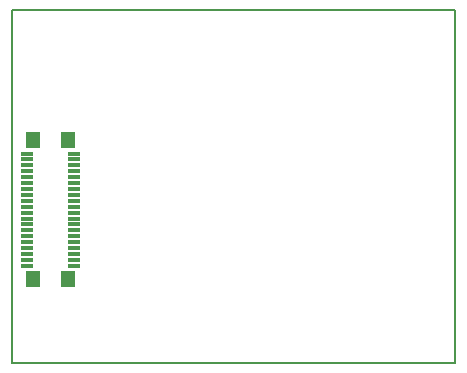
<source format=gbp>
%FSLAX25Y25*%
%MOIN*%
G70*
G01*
G75*
G04 Layer_Color=128*
%ADD10R,0.01969X0.01969*%
%ADD11R,0.02362X0.01969*%
%ADD12R,0.02559X0.02165*%
%ADD13R,0.03740X0.03740*%
%ADD14R,0.02165X0.02559*%
%ADD15R,0.03740X0.03740*%
%ADD16R,0.01969X0.01378*%
%ADD17R,0.02756X0.01181*%
%ADD18R,0.03504X0.06299*%
%ADD19C,0.01181*%
%ADD20C,0.01000*%
%ADD21C,0.02362*%
%ADD22C,0.01378*%
%ADD23C,0.00787*%
%ADD24C,0.01969*%
%ADD25C,0.11811*%
%ADD26C,0.02165*%
%ADD27R,0.03937X0.01378*%
%ADD28R,0.04724X0.05315*%
%ADD29C,0.01260*%
%ADD30C,0.00591*%
%ADD31C,0.00394*%
%ADD32C,0.00709*%
%ADD33C,0.00276*%
%ADD34R,0.02769X0.02769*%
%ADD35R,0.03162X0.02769*%
%ADD36R,0.03359X0.02965*%
%ADD37R,0.04540X0.04540*%
%ADD38R,0.02965X0.03359*%
%ADD39R,0.04540X0.04540*%
%ADD40R,0.02769X0.02178*%
%ADD41R,0.03386X0.01811*%
%ADD42R,0.04134X0.06929*%
%ADD43C,0.12611*%
%ADD44C,0.02965*%
%ADD45R,0.04252X0.01693*%
%ADD46R,0.05039X0.05630*%
D23*
X-100Y-100D02*
X147538D01*
X-81Y117660D02*
X147540D01*
X147557Y117643D01*
Y-57D02*
Y117643D01*
X-81Y-57D02*
Y117660D01*
Y-57D02*
X147557D01*
D27*
X4920Y34250D02*
D03*
Y32282D02*
D03*
Y34250D02*
D03*
Y36219D02*
D03*
Y38187D02*
D03*
Y40156D02*
D03*
Y42124D02*
D03*
Y44093D02*
D03*
Y46061D02*
D03*
Y48030D02*
D03*
Y49998D02*
D03*
Y51967D02*
D03*
Y53935D02*
D03*
Y55904D02*
D03*
Y57872D02*
D03*
Y59841D02*
D03*
Y61809D02*
D03*
Y63778D02*
D03*
Y65746D02*
D03*
Y67715D02*
D03*
Y69683D02*
D03*
X20471Y69683D02*
D03*
Y67715D02*
D03*
Y65746D02*
D03*
Y63778D02*
D03*
Y61809D02*
D03*
Y59841D02*
D03*
Y57872D02*
D03*
Y55904D02*
D03*
Y53935D02*
D03*
Y51967D02*
D03*
Y49998D02*
D03*
Y48030D02*
D03*
Y46061D02*
D03*
Y44093D02*
D03*
Y42124D02*
D03*
Y40156D02*
D03*
Y38187D02*
D03*
Y36219D02*
D03*
Y34250D02*
D03*
Y32282D02*
D03*
D28*
X18601Y27754D02*
D03*
X6790D02*
D03*
Y74309D02*
D03*
X18601D02*
D03*
M02*

</source>
